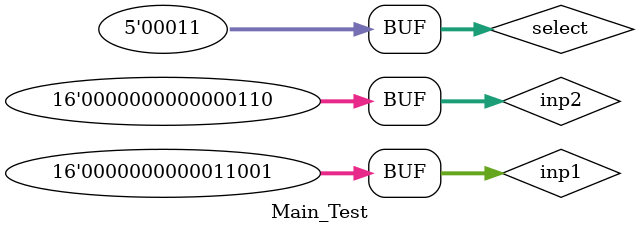
<source format=v>
`timescale 1ns / 1ps


module Main_Test;

	// Inputs
	reg [15:0] inp1;
	reg [15:0] inp2;
	reg [4:0] select;

	// Outputs
	wire [15:0] a;
	wire [15:0] b;

	// Instantiate the Unit Under Test (UUT)
	Main uut (
		.inp1(inp1), 
		.inp2(inp2), 
		.select(select), 
		.a(a), 
		.b(b)
	);

	initial begin
		// Initialize Inputs
		inp1 = 'd25;
		inp2 = 'd6;
		select = 'b00011;

		// Wait 100 ns for global reset to finish
		#100;
        
		// Add stimulus here
		
	end
      
endmodule


</source>
